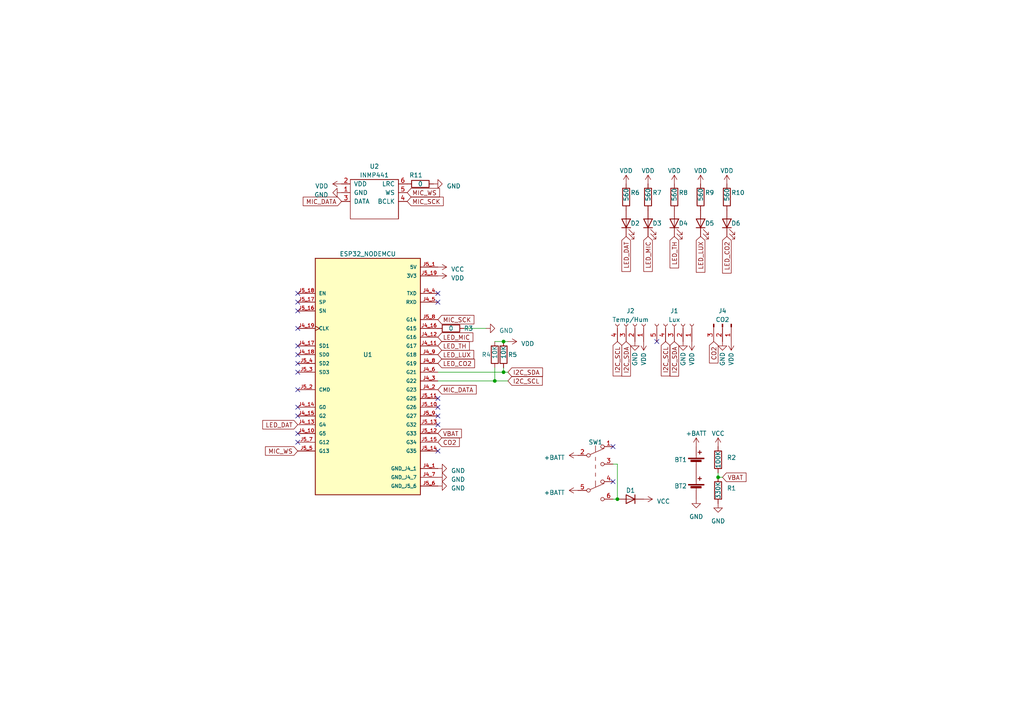
<source format=kicad_sch>
(kicad_sch (version 20230121) (generator eeschema)
  (paper "A4")
  (title_block (title "NodeMCU ESP32 Smarthome Monitoring") (date "2023-04-01") (rev "0"))
  (lib_symbols
    (symbol "Connector:Conn_01x03_Pin" (pin_names (offset 1.016) hide)
      (property "Reference" "J" (at 0 5.08 0))
      (property "Value" "Conn_01x03_Pin" (at 0 -5.08 0))
      (symbol "Conn_01x03_Pin_1_1"
        (polyline (pts (xy 1.27 -2.54) (xy 0.8636 -2.54)) (stroke (width 0.1524)))
        (polyline (pts (xy 1.27 0) (xy 0.8636 0)) (stroke (width 0.1524)))
        (polyline (pts (xy 1.27 2.54) (xy 0.8636 2.54)) (stroke (width 0.1524)))
        (rectangle (start 0.8636 -2.413) (end 0 -2.667) (stroke (width 0.1524)) (fill (type outline)))
        (rectangle (start 0.8636 0.127) (end 0 -0.127) (stroke (width 0.1524)) (fill (type outline)))
        (rectangle (start 0.8636 2.667) (end 0 2.413) (stroke (width 0.1524)) (fill (type outline)))
        (pin passive line (at 5.08 2.54 180) (length 3.81) (name "Pin_1") (number "1"))
        (pin passive line (at 5.08 0 180) (length 3.81) (name "Pin_2") (number "2"))
        (pin passive line (at 5.08 -2.54 180) (length 3.81) (name "Pin_3") (number "3"))
      )
    )
    (symbol "Connector:Conn_01x04_Socket" (pin_names (offset 1.016) hide)
      (property "Reference" "J" (at 0 5.08 0))
      (property "Value" "Conn_01x04_Socket" (at 0 -7.62 0))
      (symbol "Conn_01x04_Socket_1_1"
        (arc (start 0 -4.572) (mid -0.5058 -5.08) (end 0 -5.588) (stroke (width 0.1524)))
        (arc (start 0 -2.032) (mid -0.5058 -2.54) (end 0 -3.048) (stroke (width 0.1524)))
        (polyline (pts (xy -1.27 -5.08) (xy -0.508 -5.08)) (stroke (width 0.1524)))
        (polyline (pts (xy -1.27 -2.54) (xy -0.508 -2.54)) (stroke (width 0.1524)))
        (polyline (pts (xy -1.27 0) (xy -0.508 0)) (stroke (width 0.1524)))
        (polyline (pts (xy -1.27 2.54) (xy -0.508 2.54)) (stroke (width 0.1524)))
        (arc (start 0 0.508) (mid -0.5058 0) (end 0 -0.508) (stroke (width 0.1524)))
        (arc (start 0 3.048) (mid -0.5058 2.54) (end 0 2.032) (stroke (width 0.1524)))
        (pin passive line (at -5.08 2.54 0) (length 3.81) (name "Pin_1") (number "1"))
        (pin passive line (at -5.08 0 0) (length 3.81) (name "Pin_2") (number "2"))
        (pin passive line (at -5.08 -2.54 0) (length 3.81) (name "Pin_3") (number "3"))
        (pin passive line (at -5.08 -5.08 0) (length 3.81) (name "Pin_4") (number "4"))
      )
    )
    (symbol "Connector:Conn_01x05_Socket" (pin_names (offset 1.016) hide)
      (property "Reference" "J" (at 0 7.62 0))
      (property "Value" "Conn_01x05_Socket" (at 0 -7.62 0))
      (symbol "Conn_01x05_Socket_1_1"
        (arc (start 0 -4.572) (mid -0.5058 -5.08) (end 0 -5.588) (stroke (width 0.1524)))
        (arc (start 0 -2.032) (mid -0.5058 -2.54) (end 0 -3.048) (stroke (width 0.1524)))
        (polyline (pts (xy -1.27 -5.08) (xy -0.508 -5.08)) (stroke (width 0.1524)))
        (polyline (pts (xy -1.27 -2.54) (xy -0.508 -2.54)) (stroke (width 0.1524)))
        (polyline (pts (xy -1.27 0) (xy -0.508 0)) (stroke (width 0.1524)))
        (polyline (pts (xy -1.27 2.54) (xy -0.508 2.54)) (stroke (width 0.1524)))
        (polyline (pts (xy -1.27 5.08) (xy -0.508 5.08)) (stroke (width 0.1524)))
        (arc (start 0 0.508) (mid -0.5058 0) (end 0 -0.508) (stroke (width 0.1524)))
        (arc (start 0 3.048) (mid -0.5058 2.54) (end 0 2.032) (stroke (width 0.1524)))
        (arc (start 0 5.588) (mid -0.5058 5.08) (end 0 4.572) (stroke (width 0.1524)))
        (pin passive line (at -5.08 5.08 0) (length 3.81) (name "Pin_1") (number "1"))
        (pin passive line (at -5.08 2.54 0) (length 3.81) (name "Pin_2") (number "2"))
        (pin passive line (at -5.08 0 0) (length 3.81) (name "Pin_3") (number "3"))
        (pin passive line (at -5.08 -2.54 0) (length 3.81) (name "Pin_4") (number "4"))
        (pin passive line (at -5.08 -5.08 0) (length 3.81) (name "Pin_5") (number "5"))
      )
    )
    (symbol "Device:Battery_Cell" (pin_numbers hide) (pin_names (offset 0) hide)
      (property "Reference" "BT" (at 2.54 2.54 0))
      (property "Value" "Battery_Cell" (at 2.54 0 0))
      (symbol "Battery_Cell_0_1"
        (rectangle (start -2.286 1.778) (end 2.286 1.524) (fill (type outline)))
        (rectangle (start -1.5748 1.1938) (end 1.4732 0.6858) (fill (type outline)))
        (polyline (pts (xy 0 0.762) (xy 0 0)))
        (polyline (pts (xy 0 1.778) (xy 0 2.54)))
        (polyline (pts (xy 0.508 3.429) (xy 1.524 3.429)) (stroke (width 0.254)))
        (polyline (pts (xy 1.016 3.937) (xy 1.016 2.921)) (stroke (width 0.254)))
      )
      (symbol "Battery_Cell_1_1"
        (pin passive line (at 0 5.08 270) (length 2.54) (name "+") (number "1"))
        (pin passive line (at 0 -2.54 90) (length 2.54) (name "-") (number "2"))
      )
    )
    (symbol "Device:D" (pin_numbers hide) (pin_names (offset 1.016) hide)
      (property "Reference" "D" (at 0 2.54 0))
      (property "Value" "D" (at 0 -2.54 0))
      (symbol "D_0_1"
        (polyline (pts (xy -1.27 1.27) (xy -1.27 -1.27)) (stroke (width 0.254)))
        (polyline (pts (xy 1.27 0) (xy -1.27 0)))
        (polyline (pts (xy 1.27 1.27) (xy 1.27 -1.27) (xy -1.27 0) (xy 1.27 1.27)) (stroke (width 0.254)))
      )
      (symbol "D_1_1"
        (pin passive line (at -3.81 0 0) (length 2.54) (name "K") (number "1"))
        (pin passive line (at 3.81 0 180) (length 2.54) (name "A") (number "2"))
      )
    )
    (symbol "Device:LED" (pin_numbers hide) (pin_names (offset 1.016) hide)
      (property "Reference" "D" (at 0 2.54 0))
      (property "Value" "LED" (at 0 -2.54 0))
      (symbol "LED_0_1"
        (polyline (pts (xy -1.27 -1.27) (xy -1.27 1.27)) (stroke (width 0.254)))
        (polyline (pts (xy -1.27 0) (xy 1.27 0)))
        (polyline (pts (xy 1.27 -1.27) (xy 1.27 1.27) (xy -1.27 0) (xy 1.27 -1.27)) (stroke (width 0.254)))
        (polyline (pts (xy -3.048 -0.762) (xy -4.572 -2.286) (xy -3.81 -2.286) (xy -4.572 -2.286) (xy -4.572 -1.524)))
        (polyline (pts (xy -1.778 -0.762) (xy -3.302 -2.286) (xy -2.54 -2.286) (xy -3.302 -2.286) (xy -3.302 -1.524)))
      )
      (symbol "LED_1_1"
        (pin passive line (at -3.81 0 0) (length 2.54) (name "K") (number "1"))
        (pin passive line (at 3.81 0 180) (length 2.54) (name "A") (number "2"))
      )
    )
    (symbol "Device:R" (pin_numbers hide) (pin_names (offset 0))
      (property "Reference" "R" (at 2.032 0 90))
      (property "Value" "R" (at 0 0 90))
      (symbol "R_0_1"
        (rectangle (start -1.016 -2.54) (end 1.016 2.54) (stroke (width 0.254)))
      )
      (symbol "R_1_1"
        (pin passive line (at 0 3.81 270) (length 1.27) (name "~") (number "1"))
        (pin passive line (at 0 -3.81 90) (length 1.27) (name "~") (number "2"))
      )
    )
    (symbol "ESP32_NODEMCU:ESP32_NODEMCU" (pin_names (offset 1.016))
      (property "Reference" "U" (at -15.24 36.322 0))
      (property "Value" "ESP32_NODEMCU" (at -15.24 -35.56 0))
      (symbol "ESP32_NODEMCU_0_0"
        (rectangle (start -15.24 -33.02) (end 15.24 35.56) (stroke (width 0.254)) (fill (type background)))
        (pin power_in line (at 20.32 -25.4 180) (length 5.08) (name "GND_J4_1") (number "J4_1"))
        (pin bidirectional line (at -20.32 -15.24 0) (length 5.08) (name "G5") (number "J4_10"))
        (pin bidirectional line (at 20.32 10.16 180) (length 5.08) (name "G17") (number "J4_11"))
        (pin bidirectional line (at 20.32 12.7 180) (length 5.08) (name "G16") (number "J4_12"))
        (pin bidirectional line (at -20.32 -12.7 0) (length 5.08) (name "G4") (number "J4_13"))
        (pin bidirectional line (at -20.32 -7.62 0) (length 5.08) (name "G0") (number "J4_14"))
        (pin bidirectional line (at -20.32 -10.16 0) (length 5.08) (name "G2") (number "J4_15"))
        (pin bidirectional line (at 20.32 15.24 180) (length 5.08) (name "G15") (number "J4_16"))
        (pin bidirectional line (at -20.32 10.16 0) (length 5.08) (name "SD1") (number "J4_17"))
        (pin bidirectional line (at -20.32 7.62 0) (length 5.08) (name "SD0") (number "J4_18"))
        (pin input clock (at -20.32 15.24 0) (length 5.08) (name "CLK") (number "J4_19"))
        (pin bidirectional line (at 20.32 -2.54 180) (length 5.08) (name "G23") (number "J4_2"))
        (pin bidirectional line (at 20.32 0 180) (length 5.08) (name "G22") (number "J4_3"))
        (pin output line (at 20.32 25.4 180) (length 5.08) (name "TXD") (number "J4_4"))
        (pin input line (at 20.32 22.86 180) (length 5.08) (name "RXD") (number "J4_5"))
        (pin bidirectional line (at 20.32 2.54 180) (length 5.08) (name "G21") (number "J4_6"))
        (pin power_in line (at 20.32 -27.94 180) (length 5.08) (name "GND_J4_7") (number "J4_7"))
        (pin bidirectional line (at 20.32 5.08 180) (length 5.08) (name "G19") (number "J4_8"))
        (pin bidirectional line (at 20.32 7.62 180) (length 5.08) (name "G18") (number "J4_9"))
        (pin power_in line (at 20.32 33.02 180) (length 5.08) (name "5V") (number "J5_1"))
        (pin bidirectional line (at 20.32 -7.62 180) (length 5.08) (name "G26") (number "J5_10"))
        (pin bidirectional line (at 20.32 -5.08 180) (length 5.08) (name "G25") (number "J5_11"))
        (pin bidirectional line (at 20.32 -15.24 180) (length 5.08) (name "G33") (number "J5_12"))
        (pin bidirectional line (at 20.32 -12.7 180) (length 5.08) (name "G32") (number "J5_13"))
        (pin bidirectional line (at 20.32 -20.32 180) (length 5.08) (name "G35") (number "J5_14"))
        (pin bidirectional line (at 20.32 -17.78 180) (length 5.08) (name "G34") (number "J5_15"))
        (pin input line (at -20.32 20.32 0) (length 5.08) (name "SN") (number "J5_16"))
        (pin input line (at -20.32 22.86 0) (length 5.08) (name "SP") (number "J5_17"))
        (pin input line (at -20.32 25.4 0) (length 5.08) (name "EN") (number "J5_18"))
        (pin power_in line (at 20.32 30.48 180) (length 5.08) (name "3V3") (number "J5_19"))
        (pin bidirectional line (at -20.32 -2.54 0) (length 5.08) (name "CMD") (number "J5_2"))
        (pin bidirectional line (at -20.32 2.54 0) (length 5.08) (name "SD3") (number "J5_3"))
        (pin bidirectional line (at -20.32 5.08 0) (length 5.08) (name "SD2") (number "J5_4"))
        (pin bidirectional line (at -20.32 -20.32 0) (length 5.08) (name "G13") (number "J5_5"))
        (pin power_in line (at 20.32 -30.48 180) (length 5.08) (name "GND_J5_6") (number "J5_6"))
        (pin bidirectional line (at -20.32 -17.78 0) (length 5.08) (name "G12") (number "J5_7"))
        (pin bidirectional line (at 20.32 17.78 180) (length 5.08) (name "G14") (number "J5_8"))
        (pin bidirectional line (at 20.32 -10.16 180) (length 5.08) (name "G27") (number "J5_9"))
      )
    )
    (symbol "INMP441:INMP441" (pin_names (offset 1.016))
      (property "Reference" "U" (at 0 0 0))
      (property "Value" "INMP441" (at 0 -12.7 0))
      (symbol "INMP441_0_1"
        (rectangle (start -7.62 -2.54) (end 6.35 -2.54))
        (rectangle (start 6.35 -13.97) (end -7.62 -2.54))
        (rectangle (start 6.35 -2.54) (end 6.35 -13.97))
      )
      (symbol "INMP441_1_1"
        (pin power_out line (at -10.16 -6.35 0) (length 2.54) (name "GND") (number "1"))
        (pin power_in line (at -10.16 -3.81 0) (length 2.54) (name "VDD") (number "2"))
        (pin output line (at -10.16 -8.89 0) (length 2.54) (name "DATA") (number "3"))
        (pin input line (at 8.89 -8.89 180) (length 2.54) (name "BCLK") (number "4"))
        (pin input line (at 8.89 -6.35 180) (length 2.54) (name "WS") (number "5"))
        (pin input line (at 8.89 -3.81 180) (length 2.54) (name "LRC") (number "6"))
      )
    )
    (symbol "Switch:SW_Push_DPDT" (pin_names (offset 0) hide)
      (property "Reference" "SW" (at 0 8.89 0))
      (property "Value" "SW_Push_DPDT" (at 0 -10.16 0))
      (symbol "SW_Push_DPDT_0_0"
        (circle (center -2.032 -5.08) (radius 0.508))
        (circle (center -2.032 5.08) (radius 0.508))
        (circle (center 2.032 -7.62) (radius 0.508))
        (circle (center 2.032 2.54) (radius 0.508))
      )
      (symbol "SW_Push_DPDT_0_1"
        (polyline (pts (xy -1.524 -4.826) (xy 2.54 -3.048)))
        (polyline (pts (xy -1.524 5.334) (xy 2.54 7.112)))
        (polyline (pts (xy 0 -2.286) (xy 0 -4.064)))
        (polyline (pts (xy 0 -1.016) (xy 0 0)))
        (polyline (pts (xy 0 1.27) (xy 0 2.286)))
        (polyline (pts (xy 0 3.556) (xy 0 4.572)))
        (polyline (pts (xy 0 7.874) (xy 0 6.096)))
        (circle (center 2.032 -2.54) (radius 0.508))
        (circle (center 2.032 7.62) (radius 0.508))
      )
      (symbol "SW_Push_DPDT_1_1"
        (pin passive line (at 5.08 7.62 180) (length 2.54) (name "A") (number "1"))
        (pin passive line (at -5.08 5.08 0) (length 2.54) (name "B") (number "2"))
        (pin passive line (at 5.08 2.54 180) (length 2.54) (name "C") (number "3"))
        (pin passive line (at 5.08 -2.54 180) (length 2.54) (name "A") (number "4"))
        (pin passive line (at -5.08 -5.08 0) (length 2.54) (name "B") (number "5"))
        (pin passive line (at 5.08 -7.62 180) (length 2.54) (name "C") (number "6"))
      )
    )
    (symbol "power:+BATT" (power) (pin_names (offset 0))
      (property "Value" "+BATT" (at 0 3.556 0))
      (symbol "+BATT_0_1"
        (polyline (pts (xy -0.762 1.27) (xy 0 2.54)))
        (polyline (pts (xy 0 0) (xy 0 2.54)))
        (polyline (pts (xy 0 2.54) (xy 0.762 1.27)))
      )
      (symbol "+BATT_1_1"
        (pin power_in line (at 0 0 90) (length 0) hide (name "+BATT") (number "1"))
      )
    )
    (symbol "power:GND" (power) (pin_names (offset 0))
      (property "Value" "GND" (at 0 -3.81 0))
      (symbol "GND_0_1"
        (polyline (pts (xy 0 0) (xy 0 -1.27) (xy 1.27 -1.27) (xy 0 -2.54) (xy -1.27 -1.27) (xy 0 -1.27)))
      )
      (symbol "GND_1_1"
        (pin power_in line (at 0 0 270) (length 0) hide (name "GND") (number "1"))
      )
    )
    (symbol "power:VCC" (power) (pin_names (offset 0))
      (property "Value" "VCC" (at 0 3.81 0))
      (symbol "VCC_0_1"
        (polyline (pts (xy -0.762 1.27) (xy 0 2.54)))
        (polyline (pts (xy 0 0) (xy 0 2.54)))
        (polyline (pts (xy 0 2.54) (xy 0.762 1.27)))
      )
      (symbol "VCC_1_1"
        (pin power_in line (at 0 0 90) (length 0) hide (name "VCC") (number "1"))
      )
    )
    (symbol "power:VDD" (power) (pin_names (offset 0))
      (property "Value" "VDD" (at 0 3.81 0))
      (symbol "VDD_0_1"
        (polyline (pts (xy -0.762 1.27) (xy 0 2.54)))
        (polyline (pts (xy 0 0) (xy 0 2.54)))
        (polyline (pts (xy 0 2.54) (xy 0.762 1.27)))
      )
      (symbol "VDD_1_1"
        (pin power_in line (at 0 0 90) (length 0) hide (name "VDD") (number "1"))
      )
    )
  )
  (junction (at 146.05 99.06))
  (junction (at 146.05 107.95))
  (junction (at 179.07 144.78))
  (junction (at 208.28 138.43))
  (junction (at 143.51 110.49))
  (no_connect (at 86.36 85.09))
  (no_connect (at 86.36 107.95))
  (no_connect (at 190.5 99.06))
  (no_connect (at 127 85.09))
  (no_connect (at 86.36 120.65))
  (no_connect (at 86.36 90.17))
  (no_connect (at 127 130.81))
  (no_connect (at 86.36 125.73))
  (no_connect (at 127 87.63))
  (no_connect (at 86.36 100.33))
  (no_connect (at 86.36 118.11))
  (no_connect (at 86.36 102.87))
  (no_connect (at 86.36 113.03))
  (no_connect (at 127 120.65))
  (no_connect (at 177.8 129.54))
  (no_connect (at 86.36 105.41))
  (no_connect (at 127 118.11))
  (no_connect (at 86.36 128.27))
  (no_connect (at 127 123.19))
  (no_connect (at 86.36 87.63))
  (no_connect (at 127 115.57))
  (no_connect (at 86.36 95.25))
  (no_connect (at 177.8 139.7))
  (wire (pts (xy 177.8 134.62) (xy 179.07 134.62)))
  (wire (pts (xy 147.32 107.95) (xy 146.05 107.95)))
  (wire (pts (xy 143.51 99.06) (xy 146.05 99.06)))
  (wire (pts (xy 143.51 106.68) (xy 143.51 110.49)))
  (wire (pts (xy 177.8 144.78) (xy 179.07 144.78)))
  (wire (pts (xy 140.97 95.25) (xy 134.62 95.25)))
  (wire (pts (xy 146.05 99.06) (xy 147.32 99.06)))
  (wire (pts (xy 179.07 134.62) (xy 179.07 144.78)))
  (wire (pts (xy 143.51 110.49) (xy 127 110.49)))
  (wire (pts (xy 146.05 107.95) (xy 127 107.95)))
  (wire (pts (xy 147.32 110.49) (xy 143.51 110.49)))
  (wire (pts (xy 208.28 138.43) (xy 209.55 138.43)))
  (wire (pts (xy 208.28 137.16) (xy 208.28 138.43)))
  (wire (pts (xy 146.05 106.68) (xy 146.05 107.95)))
  (global_label "CO2" (shape input) (at 207.01 99.06 270) (property "Intersheetrefs" "${INTERSHEET_REFS}" (effects hide)))
  (global_label "LED_DAT" (shape input) (at 181.61 68.58 270) (property "Intersheetrefs" "${INTERSHEET_REFS}" (effects hide)))
  (global_label "LED_TH" (shape input) (at 127 100.33 0) (property "Intersheetrefs" "${INTERSHEET_REFS}" (effects hide)))
  (global_label "MIC_WS" (shape input) (at 86.36 130.81 180) (property "Intersheetrefs" "${INTERSHEET_REFS}" (effects hide)))
  (global_label "LED_MIC" (shape input) (at 187.96 68.58 270) (property "Intersheetrefs" "${INTERSHEET_REFS}" (effects hide)))
  (global_label "I2C_SCL" (shape input) (at 193.04 99.06 270) (property "Intersheetrefs" "${INTERSHEET_REFS}" (effects hide)))
  (global_label "LED_DAT" (shape input) (at 86.36 123.19 180) (property "Intersheetrefs" "${INTERSHEET_REFS}" (effects hide)))
  (global_label "LED_TH" (shape input) (at 195.58 68.58 270) (property "Intersheetrefs" "${INTERSHEET_REFS}" (effects hide)))
  (global_label "I2C_SCL" (shape input) (at 147.32 110.49 0) (property "Intersheetrefs" "${INTERSHEET_REFS}" (effects hide)))
  (global_label "LED_MIC" (shape input) (at 127 97.79 0) (property "Intersheetrefs" "${INTERSHEET_REFS}" (effects hide)))
  (global_label "LED_LUX" (shape input) (at 203.2 68.58 270) (property "Intersheetrefs" "${INTERSHEET_REFS}" (effects hide)))
  (global_label "MIC_DATA" (shape input) (at 99.06 58.42 180) (property "Intersheetrefs" "${INTERSHEET_REFS}" (effects hide)))
  (global_label "I2C_SDA" (shape input) (at 181.61 99.06 270) (property "Intersheetrefs" "${INTERSHEET_REFS}" (effects hide)))
  (global_label "LED_CO2" (shape input) (at 127 105.41 0) (property "Intersheetrefs" "${INTERSHEET_REFS}" (effects hide)))
  (global_label "CO2" (shape input) (at 127 128.27 0) (property "Intersheetrefs" "${INTERSHEET_REFS}" (effects hide)))
  (global_label "MIC_DATA" (shape input) (at 127 113.03 0) (property "Intersheetrefs" "${INTERSHEET_REFS}" (effects hide)))
  (global_label "LED_LUX" (shape input) (at 127 102.87 0) (property "Intersheetrefs" "${INTERSHEET_REFS}" (effects hide)))
  (global_label "I2C_SCL" (shape input) (at 179.07 99.06 270) (property "Intersheetrefs" "${INTERSHEET_REFS}" (effects hide)))
  (global_label "LED_CO2" (shape input) (at 210.82 68.58 270) (property "Intersheetrefs" "${INTERSHEET_REFS}" (effects hide)))
  (global_label "VBAT" (shape input) (at 209.55 138.43 0) (property "Intersheetrefs" "${INTERSHEET_REFS}" (effects hide)))
  (global_label "MIC_SCK" (shape input) (at 127 92.71 0) (property "Intersheetrefs" "${INTERSHEET_REFS}" (effects hide)))
  (global_label "MIC_WS" (shape input) (at 118.11 55.88 0) (property "Intersheetrefs" "${INTERSHEET_REFS}" (effects hide)))
  (global_label "MIC_SCK" (shape input) (at 118.11 58.42 0) (property "Intersheetrefs" "${INTERSHEET_REFS}" (effects hide)))
  (global_label "VBAT" (shape input) (at 127 125.73 0) (property "Intersheetrefs" "${INTERSHEET_REFS}" (effects hide)))
  (global_label "I2C_SDA" (shape input) (at 147.32 107.95 0) (property "Intersheetrefs" "${INTERSHEET_REFS}" (effects hide)))
  (global_label "I2C_SDA" (shape input) (at 195.58 99.06 270) (property "Intersheetrefs" "${INTERSHEET_REFS}" (effects hide)))
  (symbol (lib_id "Connector:Conn_01x04_Socket") (at 184.15 93.98 270) (mirror x) (unit 1)
    (property "Reference" "J2" (at 182.88 90.17 90))
    (property "Value" "Temp/Hum" (at 182.88 92.71 90))
    (property "Footprint" "Connector_PinSocket_2.54mm:PinSocket_1x04_P2.54mm_Vertical" (effects hide))
  )
  (symbol (lib_id "Device:R") (at 208.28 142.24 0) (unit 1)
    (property "Reference" "R1" (at 210.82 141.605 0) (effects (justify left)))
    (property "Value" "330K" (at 208.28 144.78 90) (effects (justify left)))
    (property "Footprint" "Resistor_SMD:R_0805_2012Metric_Pad1.20x1.40mm_HandSolder" (effects hide))
  )
  (symbol (lib_id "power:VDD") (at 203.2 53.34 0) (unit 1)
    (property "Reference" "#PWR024" (effects hide))
    (property "Value" "VDD" (at 203.2 49.53 0))
  )
  (symbol (lib_id "Device:R") (at 146.05 102.87 0) (unit 1)
    (property "Reference" "R5" (at 147.32 102.87 0) (effects (justify left)))
    (property "Value" "10K" (at 146.05 104.14 90) (effects (justify left)))
    (property "Footprint" "Resistor_SMD:R_0805_2012Metric_Pad1.20x1.40mm_HandSolder" (effects hide))
  )
  (symbol (lib_id "power:VDD") (at 147.32 99.06 270) (unit 1)
    (property "Reference" "#PWR013" (effects hide))
    (property "Value" "VDD" (at 151.13 99.695 90) (effects (justify left)))
  )
  (symbol (lib_id "Device:R") (at 187.96 57.15 0) (unit 1)
    (property "Reference" "R7" (at 189.23 55.88 0) (effects (justify left)))
    (property "Value" "560" (at 187.96 58.42 90) (effects (justify left)))
    (property "Footprint" "Resistor_SMD:R_0805_2012Metric_Pad1.20x1.40mm_HandSolder" (effects hide))
  )
  (symbol (lib_id "power:GND") (at 198.12 99.06 0) (unit 1)
    (property "Reference" "#PWR016" (effects hide))
    (property "Value" "GND" (at 198.12 104.14 90))
  )
  (symbol (lib_id "Device:R") (at 121.92 53.34 90) (unit 1)
    (property "Reference" "R11" (at 120.65 50.8 90))
    (property "Value" "0" (at 121.92 53.34 90))
    (property "Footprint" "Resistor_SMD:R_0805_2012Metric_Pad1.20x1.40mm_HandSolder" (effects hide))
  )
  (symbol (lib_id "power:VDD") (at 99.06 53.34 90) (unit 1)
    (property "Reference" "#PWR028" (effects hide))
    (property "Value" "VDD" (at 95.25 53.975 90) (effects (justify left)))
  )
  (symbol (lib_id "power:VDD") (at 210.82 53.34 0) (unit 1)
    (property "Reference" "#PWR025" (effects hide))
    (property "Value" "VDD" (at 210.82 49.53 0))
  )
  (symbol (lib_id "Device:Battery_Cell") (at 201.93 134.62 0) (unit 1)
    (property "Reference" "BT1" (at 195.58 133.35 0) (effects (justify left)))
    (property "Value" "Battery_Cell" (effects hide))
    (property "Footprint" "Battery:BatteryHolder_MPD_BH-18650-PC2" (effects hide))
  )
  (symbol (lib_id "Device:LED") (at 181.61 64.77 90) (unit 1)
    (property "Reference" "D2" (at 182.88 64.77 90) (effects (justify right)))
    (property "Value" "LED" (effects hide))
    (property "Footprint" "LED_SMD:LED_0805_2012Metric_Pad1.15x1.40mm_HandSolder" (effects hide))
  )
  (symbol (lib_id "Connector:Conn_01x05_Socket") (at 195.58 93.98 270) (mirror x) (unit 1)
    (property "Reference" "J1" (at 195.58 90.17 90))
    (property "Value" "Lux" (at 195.58 92.71 90))
    (property "Footprint" "Connector_PinSocket_2.54mm:PinSocket_1x05_P2.54mm_Vertical" (effects hide))
  )
  (symbol (lib_id "power:GND") (at 140.97 95.25 90) (unit 1)
    (property "Reference" "#PWR012" (effects hide))
    (property "Value" "GND" (at 144.78 95.885 90) (effects (justify right)))
  )
  (symbol (lib_id "power:GND") (at 208.28 146.05 0) (unit 1)
    (property "Reference" "#PWR03" (effects hide))
    (property "Value" "GND" (at 208.28 151.13 0))
  )
  (symbol (lib_id "Device:R") (at 203.2 57.15 0) (unit 1)
    (property "Reference" "R9" (at 204.47 55.88 0) (effects (justify left)))
    (property "Value" "560" (at 203.2 58.42 90) (effects (justify left)))
    (property "Footprint" "Resistor_SMD:R_0805_2012Metric_Pad1.20x1.40mm_HandSolder" (effects hide))
  )
  (symbol (lib_id "power:+BATT") (at 167.64 142.24 90) (unit 1)
    (property "Reference" "#PWR04" (effects hide))
    (property "Value" "+BATT" (at 163.83 142.875 90) (effects (justify left)))
  )
  (symbol (lib_id "Device:R") (at 143.51 102.87 0) (unit 1)
    (property "Reference" "R4" (at 139.7 102.87 0) (effects (justify left)))
    (property "Value" "10K" (at 143.51 104.14 90) (effects (justify left)))
    (property "Footprint" "Resistor_SMD:R_0805_2012Metric_Pad1.20x1.40mm_HandSolder" (effects hide))
  )
  (symbol (lib_id "Device:Battery_Cell") (at 201.93 142.24 0) (unit 1)
    (property "Reference" "BT2" (at 195.58 140.97 0) (effects (justify left)))
    (property "Value" "Battery_Cell" (effects hide))
    (property "Footprint" "Battery:BatteryHolder_MPD_BH-18650-PC2" (effects hide))
  )
  (symbol (lib_id "Device:LED") (at 203.2 64.77 90) (unit 1)
    (property "Reference" "D5" (at 204.47 64.77 90) (effects (justify right)))
    (property "Value" "LED" (effects hide))
    (property "Footprint" "LED_SMD:LED_0805_2012Metric_Pad1.15x1.40mm_HandSolder" (effects hide))
  )
  (symbol (lib_id "power:GND") (at 99.06 55.88 270) (unit 1)
    (property "Reference" "#PWR029" (effects hide))
    (property "Value" "GND" (at 95.25 56.515 90) (effects (justify right)))
  )
  (symbol (lib_id "power:GND") (at 127 135.89 90) (unit 1)
    (property "Reference" "#PWR07" (effects hide))
    (property "Value" "GND" (at 130.81 136.525 90) (effects (justify right)))
  )
  (symbol (lib_id "power:VDD") (at 186.69 99.06 180) (unit 1)
    (property "Reference" "#PWR014" (effects hide))
    (property "Value" "VDD" (at 186.69 104.14 90))
  )
  (symbol (lib_id "Device:R") (at 210.82 57.15 0) (unit 1)
    (property "Reference" "R10" (at 212.09 55.88 0) (effects (justify left)))
    (property "Value" "560" (at 210.82 58.42 90) (effects (justify left)))
    (property "Footprint" "Resistor_SMD:R_0805_2012Metric_Pad1.20x1.40mm_HandSolder" (effects hide))
  )
  (symbol (lib_id "Device:R") (at 208.28 133.35 0) (unit 1)
    (property "Reference" "R2" (at 210.82 132.715 0) (effects (justify left)))
    (property "Value" "100K" (at 208.28 135.89 90) (effects (justify left)))
    (property "Footprint" "Resistor_SMD:R_0805_2012Metric_Pad1.20x1.40mm_HandSolder" (effects hide))
  )
  (symbol (lib_id "Device:D") (at 182.88 144.78 180) (unit 1)
    (property "Reference" "D1" (at 182.88 142.24 0))
    (property "Value" "D" (effects hide))
    (property "Footprint" "Diode_THT:D_DO-201_P15.24mm_Horizontal" (effects hide))
    (property "Sim.Device" "D" (effects hide))
    (property "Sim.Pins" "1=K 2=A" (effects hide))
  )
  (symbol (lib_id "power:VDD") (at 195.58 53.34 0) (unit 1)
    (property "Reference" "#PWR023" (effects hide))
    (property "Value" "VDD" (at 195.58 49.53 0))
  )
  (symbol (lib_id "power:VDD") (at 127 80.01 270) (unit 1)
    (property "Reference" "#PWR06" (effects hide))
    (property "Value" "VDD" (at 130.81 80.645 90) (effects (justify left)))
  )
  (symbol (lib_id "Switch:SW_Push_DPDT") (at 172.72 137.16 0) (unit 1)
    (property "Reference" "SW1" (at 172.72 128.27 0))
    (property "Value" "SW_Push_DPDT" (effects hide))
    (property "Footprint" "Button_Switch_THT:SW_Push_2P2T_Toggle_CK_PVA2OAH5xxxxxxV2" (effects hide))
  )
  (symbol (lib_id "power:VDD") (at 187.96 53.34 0) (unit 1)
    (property "Reference" "#PWR018" (effects hide))
    (property "Value" "VDD" (at 187.96 49.53 0))
  )
  (symbol (lib_id "power:+BATT") (at 201.93 129.54 0) (unit 1)
    (property "Reference" "#PWR022" (effects hide))
    (property "Value" "+BATT" (at 201.93 125.73 0))
  )
  (symbol (lib_id "Device:R") (at 130.81 95.25 90) (unit 1)
    (property "Reference" "R3" (at 135.89 95.25 90))
    (property "Value" "0" (at 130.81 95.25 90))
    (property "Footprint" "Resistor_SMD:R_0805_2012Metric_Pad1.20x1.40mm_HandSolder" (effects hide))
  )
  (symbol (lib_id "power:VDD") (at 200.66 99.06 180) (unit 1)
    (property "Reference" "#PWR017" (effects hide))
    (property "Value" "VDD" (at 200.66 104.14 90))
  )
  (symbol (lib_id "INMP441:INMP441") (at 109.22 49.53 0) (unit 1)
    (property "Reference" "U2" (at 108.585 48.26 0))
    (property "Value" "INMP441" (at 108.585 50.8 0))
    (property "Footprint" "INMP441:INMP441" (effects hide))
  )
  (symbol (lib_id "power:GND") (at 184.15 99.06 0) (unit 1)
    (property "Reference" "#PWR015" (effects hide))
    (property "Value" "GND" (at 184.15 104.14 90))
  )
  (symbol (lib_id "power:VCC") (at 127 77.47 270) (unit 1)
    (property "Reference" "#PWR05" (effects hide))
    (property "Value" "VCC" (at 130.81 78.105 90) (effects (justify left)))
  )
  (symbol (lib_id "ESP32_NODEMCU:ESP32_NODEMCU") (at 106.68 110.49 0) (unit 1)
    (property "Reference" "U1" (at 106.68 102.87 0))
    (property "Value" "ESP32_NODEMCU" (at 106.68 73.66 0))
    (property "Footprint" "ESP32_NODEMCU:MODULE_ESP32_NODEMCU" (effects hide))
    (property "MAXIMUM_PACKAGE_HEIGHT" "6.6 mm" (effects hide))
    (property "STANDARD" "Manufacturer Recommendations" (effects hide))
    (property "MANUFACTURER" "Espressif" (effects hide))
  )
  (symbol (lib_id "power:GND") (at 127 140.97 90) (unit 1)
    (property "Reference" "#PWR09" (effects hide))
    (property "Value" "GND" (at 130.81 141.605 90) (effects (justify right)))
  )
  (symbol (lib_id "power:VDD") (at 181.61 53.34 0) (unit 1)
    (property "Reference" "#PWR021" (effects hide))
    (property "Value" "VDD" (at 181.61 49.53 0))
  )
  (symbol (lib_id "power:GND") (at 209.55 99.06 0) (unit 1)
    (property "Reference" "#PWR027" (effects hide))
    (property "Value" "GND" (at 209.55 104.14 90))
  )
  (symbol (lib_id "Connector:Conn_01x03_Pin") (at 209.55 93.98 270) (unit 1)
    (property "Reference" "J4" (at 209.55 90.17 90))
    (property "Value" "CO2" (at 209.55 92.71 90))
    (property "Footprint" "Connector_PinHeader_2.54mm:PinHeader_1x03_P2.54mm_Vertical" (effects hide))
  )
  (symbol (lib_id "power:VDD") (at 212.09 99.06 180) (unit 1)
    (property "Reference" "#PWR010" (effects hide))
    (property "Value" "VDD" (at 212.09 104.14 90))
  )
  (symbol (lib_id "Device:LED") (at 187.96 64.77 90) (unit 1)
    (property "Reference" "D3" (at 189.23 64.77 90) (effects (justify right)))
    (property "Value" "LED" (effects hide))
    (property "Footprint" "LED_SMD:LED_0805_2012Metric_Pad1.15x1.40mm_HandSolder" (effects hide))
  )
  (symbol (lib_id "power:GND") (at 201.93 144.78 0) (unit 1)
    (property "Reference" "#PWR02" (effects hide))
    (property "Value" "GND" (at 201.93 149.86 0))
  )
  (symbol (lib_id "power:VCC") (at 186.69 144.78 270) (unit 1)
    (property "Reference" "#PWR01" (effects hide))
    (property "Value" "VCC" (at 190.5 145.415 90) (effects (justify left)))
  )
  (symbol (lib_id "Device:R") (at 181.61 57.15 0) (unit 1)
    (property "Reference" "R6" (at 182.88 55.88 0) (effects (justify left)))
    (property "Value" "560" (at 181.61 58.42 90) (effects (justify left)))
    (property "Footprint" "Resistor_SMD:R_0805_2012Metric_Pad1.20x1.40mm_HandSolder" (effects hide))
  )
  (symbol (lib_id "power:VCC") (at 208.28 129.54 0) (unit 1)
    (property "Reference" "#PWR011" (effects hide))
    (property "Value" "VCC" (at 208.28 125.73 0))
  )
  (symbol (lib_id "Device:R") (at 195.58 57.15 0) (unit 1)
    (property "Reference" "R8" (at 196.85 55.88 0) (effects (justify left)))
    (property "Value" "560" (at 195.58 58.42 90) (effects (justify left)))
    (property "Footprint" "Resistor_SMD:R_0805_2012Metric_Pad1.20x1.40mm_HandSolder" (effects hide))
  )
  (symbol (lib_id "Device:LED") (at 195.58 64.77 90) (unit 1)
    (property "Reference" "D4" (at 196.85 64.77 90) (effects (justify right)))
    (property "Value" "LED" (effects hide))
    (property "Footprint" "LED_SMD:LED_0805_2012Metric_Pad1.15x1.40mm_HandSolder" (effects hide))
  )
  (symbol (lib_id "Device:LED") (at 210.82 64.77 90) (unit 1)
    (property "Reference" "D6" (at 212.09 64.77 90) (effects (justify right)))
    (property "Value" "LED" (effects hide))
    (property "Footprint" "LED_SMD:LED_0805_2012Metric_Pad1.15x1.40mm_HandSolder" (effects hide))
  )
  (symbol (lib_id "power:+BATT") (at 167.64 132.08 90) (unit 1)
    (property "Reference" "#PWR020" (effects hide))
    (property "Value" "+BATT" (at 163.83 132.715 90) (effects (justify left)))
  )
  (symbol (lib_id "power:GND") (at 127 138.43 90) (unit 1)
    (property "Reference" "#PWR08" (effects hide))
    (property "Value" "GND" (at 130.81 139.065 90) (effects (justify right)))
  )
  (symbol (lib_id "power:GND") (at 125.73 53.34 90) (unit 1)
    (property "Reference" "#PWR030" (effects hide))
    (property "Value" "GND" (at 129.54 53.975 90) (effects (justify right)))
  )
)
</source>
